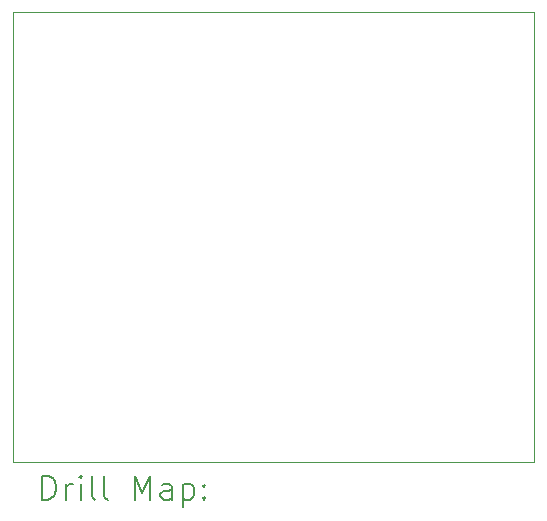
<source format=gbr>
%TF.GenerationSoftware,KiCad,Pcbnew,7.0.1*%
%TF.CreationDate,2023-04-02T18:11:22+02:00*%
%TF.ProjectId,OXS_RP2040_Full,4f58535f-5250-4323-9034-305f46756c6c,rev?*%
%TF.SameCoordinates,Original*%
%TF.FileFunction,Drillmap*%
%TF.FilePolarity,Positive*%
%FSLAX45Y45*%
G04 Gerber Fmt 4.5, Leading zero omitted, Abs format (unit mm)*
G04 Created by KiCad (PCBNEW 7.0.1) date 2023-04-02 18:11:22*
%MOMM*%
%LPD*%
G01*
G04 APERTURE LIST*
%ADD10C,0.050000*%
%ADD11C,0.200000*%
G04 APERTURE END LIST*
D10*
X11264900Y-11176000D02*
X6858000Y-11176000D01*
X6858000Y-11176000D02*
X6858000Y-7366000D01*
X6858000Y-7366000D02*
X11264900Y-7366000D01*
X11264900Y-7366000D02*
X11264900Y-11176000D01*
D11*
X7103119Y-11491024D02*
X7103119Y-11291024D01*
X7103119Y-11291024D02*
X7150738Y-11291024D01*
X7150738Y-11291024D02*
X7179309Y-11300548D01*
X7179309Y-11300548D02*
X7198357Y-11319595D01*
X7198357Y-11319595D02*
X7207881Y-11338643D01*
X7207881Y-11338643D02*
X7217405Y-11376738D01*
X7217405Y-11376738D02*
X7217405Y-11405309D01*
X7217405Y-11405309D02*
X7207881Y-11443405D01*
X7207881Y-11443405D02*
X7198357Y-11462452D01*
X7198357Y-11462452D02*
X7179309Y-11481500D01*
X7179309Y-11481500D02*
X7150738Y-11491024D01*
X7150738Y-11491024D02*
X7103119Y-11491024D01*
X7303119Y-11491024D02*
X7303119Y-11357690D01*
X7303119Y-11395786D02*
X7312643Y-11376738D01*
X7312643Y-11376738D02*
X7322167Y-11367214D01*
X7322167Y-11367214D02*
X7341214Y-11357690D01*
X7341214Y-11357690D02*
X7360262Y-11357690D01*
X7426928Y-11491024D02*
X7426928Y-11357690D01*
X7426928Y-11291024D02*
X7417405Y-11300548D01*
X7417405Y-11300548D02*
X7426928Y-11310071D01*
X7426928Y-11310071D02*
X7436452Y-11300548D01*
X7436452Y-11300548D02*
X7426928Y-11291024D01*
X7426928Y-11291024D02*
X7426928Y-11310071D01*
X7550738Y-11491024D02*
X7531690Y-11481500D01*
X7531690Y-11481500D02*
X7522167Y-11462452D01*
X7522167Y-11462452D02*
X7522167Y-11291024D01*
X7655500Y-11491024D02*
X7636452Y-11481500D01*
X7636452Y-11481500D02*
X7626928Y-11462452D01*
X7626928Y-11462452D02*
X7626928Y-11291024D01*
X7884071Y-11491024D02*
X7884071Y-11291024D01*
X7884071Y-11291024D02*
X7950738Y-11433881D01*
X7950738Y-11433881D02*
X8017405Y-11291024D01*
X8017405Y-11291024D02*
X8017405Y-11491024D01*
X8198357Y-11491024D02*
X8198357Y-11386262D01*
X8198357Y-11386262D02*
X8188833Y-11367214D01*
X8188833Y-11367214D02*
X8169786Y-11357690D01*
X8169786Y-11357690D02*
X8131690Y-11357690D01*
X8131690Y-11357690D02*
X8112643Y-11367214D01*
X8198357Y-11481500D02*
X8179309Y-11491024D01*
X8179309Y-11491024D02*
X8131690Y-11491024D01*
X8131690Y-11491024D02*
X8112643Y-11481500D01*
X8112643Y-11481500D02*
X8103119Y-11462452D01*
X8103119Y-11462452D02*
X8103119Y-11443405D01*
X8103119Y-11443405D02*
X8112643Y-11424357D01*
X8112643Y-11424357D02*
X8131690Y-11414833D01*
X8131690Y-11414833D02*
X8179309Y-11414833D01*
X8179309Y-11414833D02*
X8198357Y-11405309D01*
X8293595Y-11357690D02*
X8293595Y-11557690D01*
X8293595Y-11367214D02*
X8312643Y-11357690D01*
X8312643Y-11357690D02*
X8350738Y-11357690D01*
X8350738Y-11357690D02*
X8369786Y-11367214D01*
X8369786Y-11367214D02*
X8379309Y-11376738D01*
X8379309Y-11376738D02*
X8388833Y-11395786D01*
X8388833Y-11395786D02*
X8388833Y-11452928D01*
X8388833Y-11452928D02*
X8379309Y-11471976D01*
X8379309Y-11471976D02*
X8369786Y-11481500D01*
X8369786Y-11481500D02*
X8350738Y-11491024D01*
X8350738Y-11491024D02*
X8312643Y-11491024D01*
X8312643Y-11491024D02*
X8293595Y-11481500D01*
X8474548Y-11471976D02*
X8484071Y-11481500D01*
X8484071Y-11481500D02*
X8474548Y-11491024D01*
X8474548Y-11491024D02*
X8465024Y-11481500D01*
X8465024Y-11481500D02*
X8474548Y-11471976D01*
X8474548Y-11471976D02*
X8474548Y-11491024D01*
X8474548Y-11367214D02*
X8484071Y-11376738D01*
X8484071Y-11376738D02*
X8474548Y-11386262D01*
X8474548Y-11386262D02*
X8465024Y-11376738D01*
X8465024Y-11376738D02*
X8474548Y-11367214D01*
X8474548Y-11367214D02*
X8474548Y-11386262D01*
M02*

</source>
